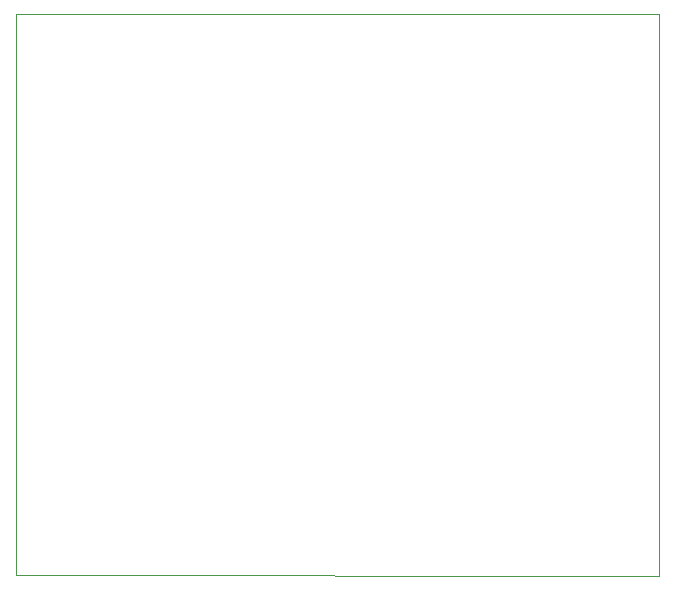
<source format=gbr>
G04 #@! TF.GenerationSoftware,KiCad,Pcbnew,(5.1.5)-3*
G04 #@! TF.CreationDate,2020-09-02T12:15:22+02:00*
G04 #@! TF.ProjectId,mixer,6d697865-722e-46b6-9963-61645f706362,rev?*
G04 #@! TF.SameCoordinates,Original*
G04 #@! TF.FileFunction,Profile,NP*
%FSLAX46Y46*%
G04 Gerber Fmt 4.6, Leading zero omitted, Abs format (unit mm)*
G04 Created by KiCad (PCBNEW (5.1.5)-3) date 2020-09-02 12:15:22*
%MOMM*%
%LPD*%
G04 APERTURE LIST*
%ADD10C,0.050000*%
G04 APERTURE END LIST*
D10*
X59695080Y-122148600D02*
X59690000Y-74599800D01*
X114127280Y-122161300D02*
X59695080Y-122148600D01*
X114132360Y-74594720D02*
X114127280Y-122161300D01*
X59690000Y-74599800D02*
X114132360Y-74594720D01*
M02*

</source>
